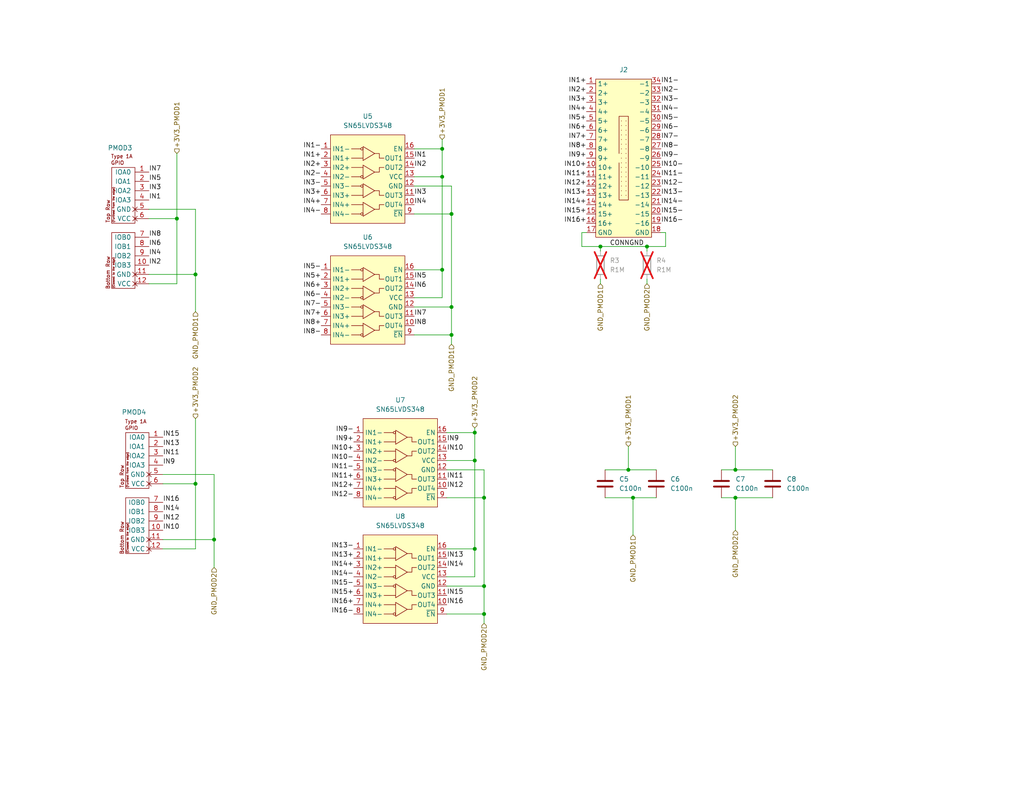
<source format=kicad_sch>
(kicad_sch (version 20250114) (generator "eeschema") (generator_version "9.0")
  (paper "USLetter")
  (title_block (title "LVDS Quad PMOD") (date "2025-03-20") (rev "1") (company "MIT") (comment 1 "Noah Paladino"))
  (lib_symbols
    (symbol "Device:C" (pin_numbers (hide yes)) (pin_names (offset 0.254))
      (property "Reference" "C" (at 0.635 2.54 0))
      (property "Value" "C" (at 0.635 -2.54 0))
      (symbol "C_0_1"
        (polyline (pts (xy -2.032 0.762) (xy 2.032 0.762)) (stroke (width 0.508)))
        (polyline (pts (xy -2.032 -0.762) (xy 2.032 -0.762)) (stroke (width 0.508)))
      )
      (symbol "C_1_1"
        (pin passive line (at 0 3.81 270) (length 2.794) (name "~") (number "1"))
        (pin passive line (at 0 -3.81 90) (length 2.794) (name "~") (number "2"))
      )
    )
    (symbol "Device:R" (pin_numbers (hide yes)) (pin_names (offset 0))
      (property "Reference" "R" (at 2.032 0 90))
      (property "Value" "R" (at 0 0 90))
      (symbol "R_0_1"
        (rectangle (start -1.016 -2.54) (end 1.016 2.54) (stroke (width 0.254)))
      )
      (symbol "R_1_1"
        (pin passive line (at 0 3.81 270) (length 1.27) (name "~") (number "1"))
        (pin passive line (at 0 -3.81 90) (length 1.27) (name "~") (number "2"))
      )
    )
    (symbol "LVDS:LVDS_Connector"
      (property "Reference" "J" (at 0 23.114 0))
      (symbol "LVDS_Connector_1_1"
        (rectangle (start -7.62 21.59) (end 7.62 -21.59) (fill (type background)))
        (polyline (pts (xy -1.27 -1.27) (xy -1.27 -11.43) (xy 1.27 -11.43) (xy 1.27 11.43) (xy -1.27 11.43) (xy -1.27 1.27)) (fill (type background)))
        (circle (center -0.635 10.16) (radius 0.0318) (fill (type outline)))
        (circle (center -0.635 8.89) (radius 0.0318) (fill (type outline)))
        (circle (center -0.635 7.62) (radius 0.0318) (fill (type outline)))
        (circle (center -0.635 6.35) (radius 0.0318) (fill (type outline)))
        (circle (center -0.635 5.08) (radius 0.0318) (fill (type outline)))
        (circle (center -0.635 3.81) (radius 0.0318) (fill (type outline)))
        (circle (center -0.635 2.54) (radius 0.0318) (fill (type outline)))
        (circle (center -0.635 1.27) (radius 0.0318) (fill (type outline)))
        (circle (center -0.635 0) (radius 0.0318) (fill (type outline)))
        (circle (center -0.635 -1.27) (radius 0.0318) (fill (type outline)))
        (circle (center -0.635 -2.54) (radius 0.0318) (fill (type outline)))
        (circle (center -0.635 -3.81) (radius 0.0318) (fill (type outline)))
        (circle (center -0.635 -5.08) (radius 0.0318) (fill (type outline)))
        (circle (center -0.635 -6.35) (radius 0.0318) (fill (type outline)))
        (circle (center -0.635 -7.62) (radius 0.0318) (fill (type outline)))
        (circle (center -0.635 -8.89) (radius 0.0318) (fill (type outline)))
        (circle (center -0.635 -10.16) (radius 0.0318) (fill (type outline)))
        (circle (center 0.635 10.16) (radius 0.0318) (fill (type outline)))
        (circle (center 0.635 8.89) (radius 0.0318) (fill (type outline)))
        (circle (center 0.635 7.62) (radius 0.0318) (fill (type outline)))
        (circle (center 0.635 6.35) (radius 0.0318) (fill (type outline)))
        (circle (center 0.635 5.08) (radius 0.0318) (fill (type outline)))
        (circle (center 0.635 3.81) (radius 0.0318) (fill (type outline)))
        (circle (center 0.635 2.54) (radius 0.0318) (fill (type outline)))
        (circle (center 0.635 1.27) (radius 0.0318) (fill (type outline)))
        (circle (center 0.635 0) (radius 0.0318) (fill (type outline)))
        (circle (center 0.635 -1.27) (radius 0.0318) (fill (type outline)))
        (circle (center 0.635 -2.54) (radius 0.0318) (fill (type outline)))
        (circle (center 0.635 -3.81) (radius 0.0318) (fill (type outline)))
        (circle (center 0.635 -5.08) (radius 0.0318) (fill (type outline)))
        (circle (center 0.635 -6.35) (radius 0.0318) (fill (type outline)))
        (circle (center 0.635 -7.62) (radius 0.0318) (fill (type outline)))
        (circle (center 0.635 -8.89) (radius 0.0318) (fill (type outline)))
        (circle (center 0.635 -10.16) (radius 0.0318) (fill (type outline)))
        (pin output line (at -10.16 20.32 0) (length 2.54) (name "1+") (number "1"))
        (pin output line (at -10.16 17.78 0) (length 2.54) (name "2+") (number "2"))
        (pin output line (at -10.16 15.24 0) (length 2.54) (name "3+") (number "3"))
        (pin output line (at -10.16 12.7 0) (length 2.54) (name "4+") (number "4"))
        (pin output line (at -10.16 10.16 0) (length 2.54) (name "5+") (number "5"))
        (pin output line (at -10.16 7.62 0) (length 2.54) (name "6+") (number "6"))
        (pin output line (at -10.16 5.08 0) (length 2.54) (name "7+") (number "7"))
        (pin output line (at -10.16 2.54 0) (length 2.54) (name "8+") (number "8"))
        (pin output line (at -10.16 0 0) (length 2.54) (name "9+") (number "9"))
        (pin output line (at -10.16 -2.54 0) (length 2.54) (name "10+") (number "10"))
        (pin output line (at -10.16 -5.08 0) (length 2.54) (name "11+") (number "11"))
        (pin output line (at -10.16 -7.62 0) (length 2.54) (name "12+") (number "12"))
        (pin output line (at -10.16 -10.16 0) (length 2.54) (name "13+") (number "13"))
        (pin output line (at -10.16 -12.7 0) (length 2.54) (name "14+") (number "14"))
        (pin output line (at -10.16 -15.24 0) (length 2.54) (name "15+") (number "15"))
        (pin output line (at -10.16 -17.78 0) (length 2.54) (name "16+") (number "16"))
        (pin power_out line (at -10.16 -20.32 0) (length 2.54) (name "GND") (number "17"))
        (pin output line (at 10.16 20.32 180) (length 2.54) (name "-1") (number "34"))
        (pin output line (at 10.16 17.78 180) (length 2.54) (name "-2") (number "33"))
        (pin output line (at 10.16 15.24 180) (length 2.54) (name "-3") (number "32"))
        (pin output line (at 10.16 12.7 180) (length 2.54) (name "-4") (number "31"))
        (pin output line (at 10.16 10.16 180) (length 2.54) (name "-5") (number "30"))
        (pin output line (at 10.16 7.62 180) (length 2.54) (name "-6") (number "29"))
        (pin output line (at 10.16 5.08 180) (length 2.54) (name "-7") (number "28"))
        (pin output line (at 10.16 2.54 180) (length 2.54) (name "-8") (number "27"))
        (pin output line (at 10.16 0 180) (length 2.54) (name "-9") (number "26"))
        (pin output line (at 10.16 -2.54 180) (length 2.54) (name "-10") (number "25"))
        (pin output line (at 10.16 -5.08 180) (length 2.54) (name "-11") (number "24"))
        (pin output line (at 10.16 -7.62 180) (length 2.54) (name "-12") (number "23"))
        (pin output line (at 10.16 -10.16 180) (length 2.54) (name "-13") (number "22"))
        (pin output line (at 10.16 -12.7 180) (length 2.54) (name "-14") (number "21"))
        (pin output line (at 10.16 -15.24 180) (length 2.54) (name "-15") (number "20"))
        (pin output line (at 10.16 -17.78 180) (length 2.54) (name "-16") (number "19"))
        (pin power_out line (at 10.16 -20.32 180) (length 2.54) (name "GND") (number "18"))
      )
    )
    (symbol "LVDS:SN65LVDS348"
      (property "Reference" "U" (at 0 13.97 0))
      (property "Value" "SN65LVDS348" (at 0 11.176 0))
      (symbol "SN65LVDS348_1_1"
        (rectangle (start -10.16 12.7) (end 10.16 -11.43) (fill (type background)))
        (polyline (pts (xy -4.445 8.89) (xy -1.905 8.89)))
        (polyline (pts (xy -4.445 6.35) (xy -1.27 6.35)))
        (polyline (pts (xy -4.445 3.81) (xy -1.27 3.81)))
        (polyline (pts (xy -4.445 1.27) (xy -1.905 1.27)))
        (polyline (pts (xy -4.445 -1.27) (xy -1.905 -1.27)))
        (polyline (pts (xy -4.445 -3.81) (xy -1.27 -3.81)))
        (polyline (pts (xy -4.445 -6.35) (xy -1.27 -6.35)))
        (polyline (pts (xy -4.445 -8.89) (xy -1.905 -8.89)))
        (circle (center -1.5875 8.89) (radius 0.3175))
        (circle (center -1.5875 1.27) (radius 0.3175))
        (circle (center -1.5875 -1.27) (radius 0.3175))
        (circle (center -1.5875 -8.89) (radius 0.3175))
        (polyline (pts (xy -1.27 5.715) (xy 1.905 7.62) (xy -1.27 9.525) (xy -1.27 5.715)) (fill (type background)))
        (polyline (pts (xy -1.27 4.445) (xy 1.905 2.54) (xy -1.27 0.635) (xy -1.27 4.445)) (fill (type background)))
        (polyline (pts (xy -1.27 -4.445) (xy 1.905 -2.54) (xy -1.27 -0.635) (xy -1.27 -4.445)) (fill (type background)))
        (polyline (pts (xy -1.27 -5.715) (xy 1.905 -7.62) (xy -1.27 -9.525) (xy -1.27 -5.715)) (fill (type background)))
        (polyline (pts (xy 1.905 7.62) (xy 3.175 7.62) (xy 3.175 6.35) (xy 4.445 6.35)))
        (polyline (pts (xy 1.905 2.54) (xy 3.175 2.54) (xy 3.175 3.81) (xy 4.445 3.81)))
        (polyline (pts (xy 1.905 -2.54) (xy 3.175 -2.54) (xy 3.175 -3.81) (xy 4.445 -3.81)))
        (polyline (pts (xy 1.905 -7.62) (xy 3.175 -7.62) (xy 3.175 -6.35) (xy 4.445 -6.35)))
        (pin input line (at -12.7 8.89 0) (length 2.54) (name "IN1-") (number "1"))
        (pin input line (at -12.7 6.35 0) (length 2.54) (name "IN1+") (number "2"))
        (pin input line (at -12.7 3.81 0) (length 2.54) (name "IN2+") (number "3"))
        (pin input line (at -12.7 1.27 0) (length 2.54) (name "IN2-") (number "4"))
        (pin input line (at -12.7 -1.27 0) (length 2.54) (name "IN3-") (number "5"))
        (pin input line (at -12.7 -3.81 0) (length 2.54) (name "IN3+") (number "6"))
        (pin input line (at -12.7 -6.35 0) (length 2.54) (name "IN4+") (number "7"))
        (pin input line (at -12.7 -8.89 0) (length 2.54) (name "IN4-") (number "8"))
        (pin input line (at 12.7 8.89 180) (length 2.54) (name "EN") (number "16"))
        (pin output line (at 12.7 6.35 180) (length 2.54) (name "OUT1") (number "15"))
        (pin output line (at 12.7 3.81 180) (length 2.54) (name "OUT2") (number "14"))
        (pin power_in line (at 12.7 1.27 180) (length 2.54) (name "VCC") (number "13"))
        (pin power_in line (at 12.7 -1.27 180) (length 2.54) (name "GND") (number "12"))
        (pin output line (at 12.7 -3.81 180) (length 2.54) (name "OUT3") (number "11"))
        (pin output line (at 12.7 -6.35 180) (length 2.54) (name "OUT4") (number "10"))
        (pin input line (at 12.7 -8.89 180) (length 2.54) (name "~{EN}") (number "9"))
      )
    )
    (symbol "pmod:PMOD-Device-x2-Type-1A-GPIO" (pin_names (offset 1.016))
      (property "Reference" "PMOD" (at -3.302 -1.27 0))
      (property "Datasheet" "https://docs.google.com/a/mithis.com/spreadsheets/d/1D-GboyrP57VVpejQzEm0P1WEORo1LAIt92hk1bZGEoo/edit#gid=0" (at -1.27 7.62 0))
      (symbol "PMOD-Device-x2-Type-1A-GPIO_0_0"
        (text "Top Row" (at -7.366 3.302 900) (effects (font (size 0.9906 0.9906))))
        (text "Bottom Row" (at -7.366 -13.462 900) (effects (font (size 0.9906 0.9906))))
        (text "Type 1A" (at -6.604 18.288 0) (effects (font (size 0.9906 0.9906)) (justify left)))
        (text "GPIO" (at -6.604 16.51 0) (effects (font (size 0.9906 0.9906)) (justify left)))
        (text "(Furthest from the edge)" (at -5.842 5.08 900) (effects (font (size 0.508 0.508))))
        (text "(Closest to the edge)" (at -5.842 -13.462 900) (effects (font (size 0.508 0.508))))
      )
      (symbol "PMOD-Device-x2-Type-1A-GPIO_0_1"
        (rectangle (start -6.35 -2.54) (end 0 -17.78))
        (rectangle (start 0 15.24) (end -6.35 0))
      )
      (symbol "PMOD-Device-x2-Type-1A-GPIO_1_1"
        (pin bidirectional line (at 3.81 13.97 180) (length 3.81) (name "IOA0") (number "1"))
        (pin bidirectional line (at 3.81 11.43 180) (length 3.81) (name "IOA1") (number "2"))
        (pin bidirectional line (at 3.81 8.89 180) (length 3.81) (name "IOA2") (number "3"))
        (pin bidirectional line (at 3.81 6.35 180) (length 3.81) (name "IOA3") (number "4"))
        (pin power_out non_logic (at 3.81 3.81 180) (length 3.81) (name "GND") (number "5"))
        (pin power_out non_logic (at 3.81 1.27 180) (length 3.81) (name "VCC") (number "6"))
        (pin bidirectional line (at 3.81 -3.81 180) (length 3.81) (name "IOB0") (number "7"))
        (pin bidirectional line (at 3.81 -6.35 180) (length 3.81) (name "IOB1") (number "8"))
        (pin bidirectional line (at 3.81 -8.89 180) (length 3.81) (name "IOB2") (number "9"))
        (pin bidirectional line (at 3.81 -11.43 180) (length 3.81) (name "IOB3") (number "10"))
        (pin power_out non_logic (at 3.81 -13.97 180) (length 3.81) (name "GND") (number "11"))
        (pin power_out non_logic (at 3.81 -16.51 180) (length 3.81) (name "VCC") (number "12"))
      )
    )
  )
  (junction (at 58.42 147.32))
  (junction (at 171.45 128.27))
  (junction (at 132.08 167.64))
  (junction (at 129.54 125.73))
  (junction (at 48.26 59.69))
  (junction (at 53.34 74.93))
  (junction (at 123.19 58.42))
  (junction (at 123.19 91.44))
  (junction (at 120.65 73.66))
  (junction (at 200.66 135.89))
  (junction (at 132.08 135.89))
  (junction (at 123.19 83.82))
  (junction (at 129.54 118.11))
  (junction (at 200.66 128.27))
  (junction (at 132.08 160.02))
  (junction (at 172.72 135.89))
  (junction (at 129.54 149.86))
  (junction (at 53.34 132.08))
  (junction (at 176.53 67.31))
  (junction (at 163.83 67.31))
  (junction (at 120.65 40.64))
  (junction (at 120.65 48.26))
  (wire (pts (xy 123.19 83.82) (xy 123.19 91.44)))
  (wire (pts (xy 171.45 128.27) (xy 179.07 128.27)))
  (wire (pts (xy 44.45 147.32) (xy 58.42 147.32)))
  (wire (pts (xy 172.72 135.89) (xy 179.07 135.89)))
  (wire (pts (xy 121.92 157.48) (xy 129.54 157.48)))
  (wire (pts (xy 113.03 91.44) (xy 123.19 91.44)))
  (wire (pts (xy 121.92 160.02) (xy 132.08 160.02)))
  (wire (pts (xy 120.65 40.64) (xy 113.03 40.64)))
  (wire (pts (xy 48.26 77.47) (xy 48.26 59.69)))
  (wire (pts (xy 200.66 135.89) (xy 200.66 144.78)))
  (wire (pts (xy 196.85 135.89) (xy 200.66 135.89)))
  (wire (pts (xy 158.75 63.5) (xy 158.75 67.31)))
  (wire (pts (xy 44.45 149.86) (xy 53.34 149.86)))
  (wire (pts (xy 53.34 149.86) (xy 53.34 132.08)))
  (wire (pts (xy 58.42 147.32) (xy 58.42 154.94)))
  (wire (pts (xy 200.66 128.27) (xy 200.66 121.92)))
  (wire (pts (xy 176.53 67.31) (xy 176.53 68.58)))
  (wire (pts (xy 121.92 128.27) (xy 132.08 128.27)))
  (wire (pts (xy 132.08 128.27) (xy 132.08 135.89)))
  (wire (pts (xy 129.54 149.86) (xy 129.54 125.73)))
  (wire (pts (xy 172.72 146.05) (xy 172.72 135.89)))
  (wire (pts (xy 113.03 73.66) (xy 120.65 73.66)))
  (wire (pts (xy 129.54 125.73) (xy 129.54 118.11)))
  (wire (pts (xy 158.75 67.31) (xy 163.83 67.31)))
  (wire (pts (xy 129.54 118.11) (xy 129.54 116.84)))
  (wire (pts (xy 123.19 91.44) (xy 123.19 93.98)))
  (wire (pts (xy 40.64 59.69) (xy 48.26 59.69)))
  (wire (pts (xy 44.45 132.08) (xy 53.34 132.08)))
  (wire (pts (xy 163.83 76.2) (xy 163.83 77.47)))
  (wire (pts (xy 40.64 77.47) (xy 48.26 77.47)))
  (wire (pts (xy 176.53 76.2) (xy 176.53 77.47)))
  (wire (pts (xy 176.53 67.31) (xy 181.61 67.31)))
  (wire (pts (xy 171.45 121.92) (xy 171.45 128.27)))
  (wire (pts (xy 120.65 48.26) (xy 120.65 40.64)))
  (wire (pts (xy 132.08 135.89) (xy 132.08 160.02)))
  (wire (pts (xy 121.92 167.64) (xy 132.08 167.64)))
  (wire (pts (xy 132.08 167.64) (xy 132.08 170.18)))
  (wire (pts (xy 200.66 135.89) (xy 210.82 135.89)))
  (wire (pts (xy 121.92 149.86) (xy 129.54 149.86)))
  (wire (pts (xy 163.83 67.31) (xy 163.83 68.58)))
  (wire (pts (xy 180.34 63.5) (xy 181.61 63.5)))
  (wire (pts (xy 58.42 129.54) (xy 58.42 147.32)))
  (wire (pts (xy 121.92 125.73) (xy 129.54 125.73)))
  (wire (pts (xy 123.19 50.8) (xy 123.19 58.42)))
  (wire (pts (xy 172.72 135.89) (xy 165.1 135.89)))
  (wire (pts (xy 129.54 157.48) (xy 129.54 149.86)))
  (wire (pts (xy 123.19 58.42) (xy 123.19 83.82)))
  (wire (pts (xy 196.85 128.27) (xy 200.66 128.27)))
  (wire (pts (xy 113.03 48.26) (xy 120.65 48.26)))
  (wire (pts (xy 113.03 58.42) (xy 123.19 58.42)))
  (wire (pts (xy 120.65 38.1) (xy 120.65 40.64)))
  (wire (pts (xy 113.03 50.8) (xy 123.19 50.8)))
  (wire (pts (xy 113.03 81.28) (xy 120.65 81.28)))
  (wire (pts (xy 53.34 114.3) (xy 53.34 132.08)))
  (wire (pts (xy 40.64 57.15) (xy 53.34 57.15)))
  (wire (pts (xy 165.1 128.27) (xy 171.45 128.27)))
  (wire (pts (xy 53.34 85.09) (xy 53.34 74.93)))
  (wire (pts (xy 53.34 57.15) (xy 53.34 74.93)))
  (wire (pts (xy 120.65 73.66) (xy 120.65 48.26)))
  (wire (pts (xy 163.83 67.31) (xy 176.53 67.31)))
  (wire (pts (xy 210.82 128.27) (xy 200.66 128.27)))
  (wire (pts (xy 160.02 63.5) (xy 158.75 63.5)))
  (wire (pts (xy 40.64 74.93) (xy 53.34 74.93)))
  (wire (pts (xy 121.92 118.11) (xy 129.54 118.11)))
  (wire (pts (xy 48.26 59.69) (xy 48.26 41.91)))
  (wire (pts (xy 132.08 160.02) (xy 132.08 167.64)))
  (wire (pts (xy 121.92 135.89) (xy 132.08 135.89)))
  (wire (pts (xy 120.65 81.28) (xy 120.65 73.66)))
  (wire (pts (xy 44.45 129.54) (xy 58.42 129.54)))
  (wire (pts (xy 181.61 63.5) (xy 181.61 67.31)))
  (wire (pts (xy 113.03 83.82) (xy 123.19 83.82)))
  (label "IN10" (at 121.92 123.19 0))
  (label "IN2" (at 40.64 72.39 0))
  (label "IN11" (at 44.45 124.46 0))
  (label "IN11-" (at 96.52 128.27 180))
  (label "IN2+" (at 160.02 25.4 180))
  (label "IN3-" (at 180.34 27.94 0))
  (label "IN5-" (at 87.63 73.66 180))
  (label "IN11+" (at 96.52 130.81 180))
  (label "IN7+" (at 87.63 86.36 180))
  (label "IN12-" (at 96.52 135.89 180))
  (label "IN10-" (at 96.52 125.73 180))
  (label "IN15+" (at 160.02 58.42 180))
  (label "IN13-" (at 180.34 53.34 0))
  (label "IN8+" (at 87.63 88.9 180))
  (label "IN4-" (at 87.63 58.42 180))
  (label "IN9+" (at 160.02 43.18 180))
  (label "IN2+" (at 87.63 45.72 180))
  (label "IN3+" (at 160.02 27.94 180))
  (label "IN3+" (at 87.63 53.34 180))
  (label "IN5+" (at 160.02 33.02 180))
  (label "IN13+" (at 96.52 152.4 180))
  (label "IN8-" (at 87.63 91.44 180))
  (label "IN16" (at 44.45 137.16 0))
  (label "IN1+" (at 87.63 43.18 180))
  (label "IN15+" (at 96.52 162.56 180))
  (label "IN2-" (at 87.63 48.26 180))
  (label "IN8" (at 113.03 88.9 0))
  (label "IN16" (at 121.92 165.1 0))
  (label "IN6+" (at 160.02 35.56 180))
  (label "IN6+" (at 87.63 78.74 180))
  (label "IN4" (at 40.64 69.85 0))
  (label "IN11" (at 121.92 130.81 0))
  (label "IN1-" (at 87.63 40.64 180))
  (label "IN14+" (at 160.02 55.88 180))
  (label "IN1+" (at 160.02 22.86 180))
  (label "IN8" (at 40.64 64.77 0))
  (label "IN15" (at 121.92 162.56 0))
  (label "IN15-" (at 180.34 58.42 0))
  (label "IN9" (at 44.45 127 0))
  (label "IN4" (at 113.03 55.88 0))
  (label "IN5-" (at 180.34 33.02 0))
  (label "IN16-" (at 96.52 167.64 180))
  (label "IN6-" (at 87.63 81.28 180))
  (label "IN16+" (at 96.52 165.1 180))
  (label "IN5" (at 113.03 76.2 0))
  (label "IN8-" (at 180.34 40.64 0))
  (label "IN9-" (at 96.52 118.11 180))
  (label "IN1-" (at 180.34 22.86 0))
  (label "IN10-" (at 180.34 45.72 0))
  (label "IN6-" (at 180.34 35.56 0))
  (label "IN14+" (at 96.52 154.94 180))
  (label "IN12+" (at 96.52 133.35 180))
  (label "IN7+" (at 160.02 38.1 180))
  (label "IN1" (at 113.03 43.18 0))
  (label "IN16+" (at 160.02 60.96 180))
  (label "IN13-" (at 96.52 149.86 180))
  (label "IN4+" (at 87.63 55.88 180))
  (label "IN2" (at 113.03 45.72 0))
  (label "CONNGND" (at 166.37 67.31 0))
  (label "IN13" (at 44.45 121.92 0))
  (label "IN3-" (at 87.63 50.8 180))
  (label "IN1" (at 40.64 54.61 0))
  (label "IN3" (at 40.64 52.07 0))
  (label "IN11-" (at 180.34 48.26 0))
  (label "IN13" (at 121.92 152.4 0))
  (label "IN12-" (at 180.34 50.8 0))
  (label "IN2-" (at 180.34 25.4 0))
  (label "IN4+" (at 160.02 30.48 180))
  (label "IN5" (at 40.64 49.53 0))
  (label "IN10" (at 44.45 144.78 0))
  (label "IN10+" (at 96.52 123.19 180))
  (label "IN4-" (at 180.34 30.48 0))
  (label "IN14" (at 44.45 139.7 0))
  (label "IN8+" (at 160.02 40.64 180))
  (label "IN14-" (at 180.34 55.88 0))
  (label "IN7" (at 40.64 46.99 0))
  (label "IN5+" (at 87.63 76.2 180))
  (label "IN9-" (at 180.34 43.18 0))
  (label "IN3" (at 113.03 53.34 0))
  (label "IN13+" (at 160.02 53.34 180))
  (label "IN6" (at 40.64 67.31 0))
  (label "IN15" (at 44.45 119.38 0))
  (label "IN9" (at 121.92 120.65 0))
  (label "IN12" (at 121.92 133.35 0))
  (label "IN15-" (at 96.52 160.02 180))
  (label "IN9+" (at 96.52 120.65 180))
  (label "IN12" (at 44.45 142.24 0))
  (label "IN12+" (at 160.02 50.8 180))
  (label "IN7-" (at 87.63 83.82 180))
  (label "IN16-" (at 180.34 60.96 0))
  (label "IN7" (at 113.03 86.36 0))
  (label "IN14" (at 121.92 154.94 0))
  (label "IN11+" (at 160.02 48.26 180))
  (label "IN7-" (at 180.34 38.1 0))
  (label "IN6" (at 113.03 78.74 0))
  (label "IN10+" (at 160.02 45.72 180))
  (label "IN14-" (at 96.52 157.48 180))
  (hierarchical_label "+3V3_PMOD1" (shape input) (at 171.45 121.92 90))
  (hierarchical_label "GND_PMOD2" (shape input) (at 58.42 154.94 270))
  (hierarchical_label "GND_PMOD1" (shape input) (at 53.34 85.09 270))
  (hierarchical_label "+3V3_PMOD1" (shape input) (at 48.26 41.91 90))
  (hierarchical_label "GND_PMOD1" (shape input) (at 172.72 146.05 270))
  (hierarchical_label "GND_PMOD2" (shape input) (at 200.66 144.78 270))
  (hierarchical_label "GND_PMOD1" (shape input) (at 163.83 77.47 270))
  (hierarchical_label "+3V3_PMOD1" (shape input) (at 120.65 38.1 90))
  (hierarchical_label "GND_PMOD2" (shape input) (at 176.53 77.47 270))
  (hierarchical_label "+3V3_PMOD2" (shape input) (at 129.54 116.84 90))
  (hierarchical_label "+3V3_PMOD2" (shape input) (at 53.34 114.3 90))
  (hierarchical_label "+3V3_PMOD2" (shape input) (at 200.66 121.92 90))
  (hierarchical_label "GND_PMOD1" (shape input) (at 123.19 93.98 270))
  (hierarchical_label "GND_PMOD2" (shape input) (at 132.08 170.18 270))
  (symbol (lib_id "LVDS:LVDS_Connector") (at 170.18 43.18 0) (unit 1)
    (property "Reference" "J1" (at 170.18 19.05 0))
    (property "Value" "302-S341" (effects (hide yes)))
    (property "Footprint" "LVDS:LVDS_Connector" (effects (hide yes)))
    (instances (project "LVDS-PMOD" (path "" (reference "J2") (unit 1)) (path "" (reference "J1") (unit 1))))
  )
  (symbol (lib_id "LVDS:SN65LVDS348") (at 109.22 127 0) (unit 1)
    (property "Reference" "U3" (at 109.22 109.22 0))
    (property "Value" "SN65LVDS348" (at 109.22 111.76 0))
    (property "Footprint" "Package_SO:SOIC-16_3.9x9.9mm_P1.27mm" (effects (hide yes)))
    (instances (project "LVDS-PMOD" (path "" (reference "U7") (unit 1)) (path "" (reference "U3") (unit 1))))
  )
  (symbol (lib_id "LVDS:SN65LVDS348") (at 109.22 158.75 0) (unit 1)
    (property "Reference" "U4" (at 109.22 140.97 0))
    (property "Value" "SN65LVDS348" (at 109.22 143.51 0))
    (property "Footprint" "Package_SO:SOIC-16_3.9x9.9mm_P1.27mm" (effects (hide yes)))
    (instances (project "LVDS-PMOD" (path "" (reference "U8") (unit 1)) (path "" (reference "U4") (unit 1))))
  )
  (symbol (lib_id "Device:C") (at 196.85 132.08 0) (unit 1)
    (property "Reference" "C3" (at 200.66 130.8099 0) (effects (justify left)))
    (property "Value" "C100n" (at 200.66 133.3499 0) (effects (justify left)))
    (property "Footprint" "Capacitor_SMD:C_0402_1005Metric_Pad0.74x0.62mm_HandSolder" (effects (hide yes)))
    (property "Description" "Unpolarized capacitor" (effects (hide yes)))
    (instances (project "LVDS-PMOD" (path "" (reference "C7") (unit 1)) (path "" (reference "C3") (unit 1))))
  )
  (symbol (lib_id "LVDS:SN65LVDS348") (at 100.33 82.55 0) (unit 1)
    (property "Reference" "U2" (at 100.33 64.77 0))
    (property "Value" "SN65LVDS348" (at 100.33 67.31 0))
    (property "Footprint" "Package_SO:SOIC-16_3.9x9.9mm_P1.27mm" (effects (hide yes)))
    (instances (project "LVDS-PMOD" (path "" (reference "U6") (unit 1)) (path "" (reference "U2") (unit 1))))
  )
  (symbol (lib_id "pmod:PMOD-Device-x2-Type-1A-GPIO") (at 40.64 133.35 0) (unit 1)
    (property "Reference" "PMOD2" (at 36.576 112.522 0))
    (property "Value" "PMOD-Device-x2-Type-1A-GPIO" (effects (hide yes)))
    (property "Footprint" "pmod-conn_6x2:pmod_pin_array_6x2" (effects (hide yes)))
    (property "Datasheet" "https://docs.google.com/a/mithis.com/spreadsheets/d/1D-GboyrP57VVpejQzEm0P1WEORo1LAIt92hk1bZGEoo/edit#gid=0" (effects (hide yes)))
    (property "Description" "PMOD Device Type 1A (Expanded/Dual GPIO)" (effects (hide yes)))
    (instances (project "LVDS-PMOD" (path "" (reference "PMOD4") (unit 1)) (path "" (reference "PMOD2") (unit 1))))
  )
  (symbol (lib_id "Device:C") (at 179.07 132.08 0) (unit 1)
    (property "Reference" "C2" (at 182.88 130.8099 0) (effects (justify left)))
    (property "Value" "C100n" (at 182.88 133.3499 0) (effects (justify left)))
    (property "Footprint" "Capacitor_SMD:C_0402_1005Metric_Pad0.74x0.62mm_HandSolder" (effects (hide yes)))
    (property "Description" "Unpolarized capacitor" (effects (hide yes)))
    (instances (project "LVDS-PMOD" (path "" (reference "C6") (unit 1)) (path "" (reference "C2") (unit 1))))
  )
  (symbol (lib_id "Device:R") (at 176.53 72.39 0) (unit 1) (dnp yes)
    (property "Reference" "R2" (at 179.07 71.1199 0) (effects (justify left)))
    (property "Value" "R1M" (at 179.07 73.6599 0) (effects (justify left)))
    (property "Footprint" "Resistor_SMD:R_1206_3216Metric_Pad1.30x1.75mm_HandSolder" (effects (hide yes)))
    (property "Description" "Resistor" (effects (hide yes)))
    (instances (project "LVDS-PMOD" (path "" (reference "R4") (unit 1)) (path "" (reference "R2") (unit 1))))
  )
  (symbol (lib_id "Device:C") (at 210.82 132.08 0) (unit 1)
    (property "Reference" "C4" (at 214.63 130.8099 0) (effects (justify left)))
    (property "Value" "C100n" (at 214.63 133.3499 0) (effects (justify left)))
    (property "Footprint" "Capacitor_SMD:C_0402_1005Metric_Pad0.74x0.62mm_HandSolder" (effects (hide yes)))
    (property "Description" "Unpolarized capacitor" (effects (hide yes)))
    (instances (project "LVDS-PMOD" (path "" (reference "C8") (unit 1)) (path "" (reference "C4") (unit 1))))
  )
  (symbol (lib_id "LVDS:SN65LVDS348") (at 100.33 49.53 0) (unit 1)
    (property "Reference" "U1" (at 100.33 31.75 0))
    (property "Value" "SN65LVDS348" (at 100.33 34.29 0))
    (property "Footprint" "Package_SO:SOIC-16_3.9x9.9mm_P1.27mm" (effects (hide yes)))
    (instances (project "LVDS-PMOD" (path "" (reference "U5") (unit 1)) (path "" (reference "U1") (unit 1))))
  )
  (symbol (lib_id "Device:C") (at 165.1 132.08 0) (unit 1)
    (property "Reference" "C1" (at 168.91 130.8099 0) (effects (justify left)))
    (property "Value" "C100n" (at 168.91 133.3499 0) (effects (justify left)))
    (property "Footprint" "Capacitor_SMD:C_0402_1005Metric_Pad0.74x0.62mm_HandSolder" (effects (hide yes)))
    (property "Description" "Unpolarized capacitor" (effects (hide yes)))
    (instances (project "" (path "" (reference "C5") (unit 1)) (path "" (reference "C1") (unit 1))))
  )
  (symbol (lib_id "Device:R") (at 163.83 72.39 0) (unit 1) (dnp yes)
    (property "Reference" "R1" (at 166.37 71.1199 0) (effects (justify left)))
    (property "Value" "R1M" (at 166.37 73.6599 0) (effects (justify left)))
    (property "Footprint" "Resistor_SMD:R_1206_3216Metric_Pad1.30x1.75mm_HandSolder" (effects (hide yes)))
    (property "Description" "Resistor" (effects (hide yes)))
    (instances (project "LVDS-PMOD" (path "" (reference "R3") (unit 1)) (path "" (reference "R1") (unit 1))))
  )
  (symbol (lib_id "pmod:PMOD-Device-x2-Type-1A-GPIO") (at 36.83 60.96 0) (unit 1)
    (property "Reference" "PMOD1" (at 32.766 40.386 0))
    (property "Value" "PMOD-Device-x2-Type-1A-GPIO" (effects (hide yes)))
    (property "Footprint" "pmod-conn_6x2:pmod_pin_array_6x2" (effects (hide yes)))
    (property "Datasheet" "https://docs.google.com/a/mithis.com/spreadsheets/d/1D-GboyrP57VVpejQzEm0P1WEORo1LAIt92hk1bZGEoo/edit#gid=0" (effects (hide yes)))
    (property "Description" "PMOD Device Type 1A (Expanded/Dual GPIO)" (effects (hide yes)))
    (instances (project "LVDS-PMOD" (path "" (reference "PMOD3") (unit 1)) (path "" (reference "PMOD1") (unit 1))))
  )
)
</source>
